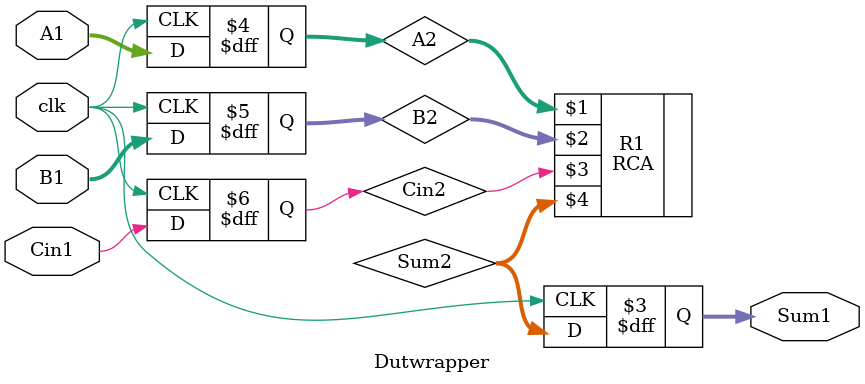
<source format=v>
module Dutwrapper (clk,A1,B1,Cin1,Sum1);

parameter N = 32;
input clk;
input [N-1:0] A1, B1;
input Cin1;

output reg [N:0] Sum1;


reg [N-1:0] A2, B2;
reg Cin2;

wire [N:0] Sum2;

RCA R1(A2,B2,Cin2,Sum2);

always @(posedge clk)
begin
A2<=A1;
B2<=B1;
Cin2<=Cin1;
end

always @(posedge clk)
begin
Sum1<=Sum2;
end


endmodule

</source>
